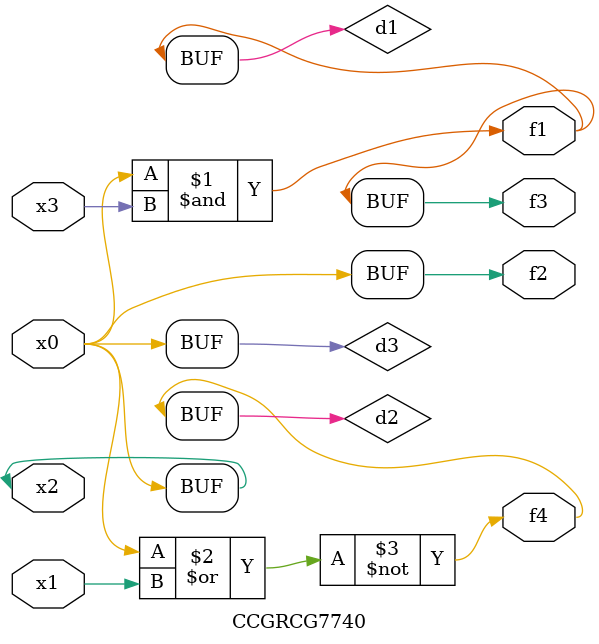
<source format=v>
module CCGRCG7740(
	input x0, x1, x2, x3,
	output f1, f2, f3, f4
);

	wire d1, d2, d3;

	and (d1, x2, x3);
	nor (d2, x0, x1);
	buf (d3, x0, x2);
	assign f1 = d1;
	assign f2 = d3;
	assign f3 = d1;
	assign f4 = d2;
endmodule

</source>
